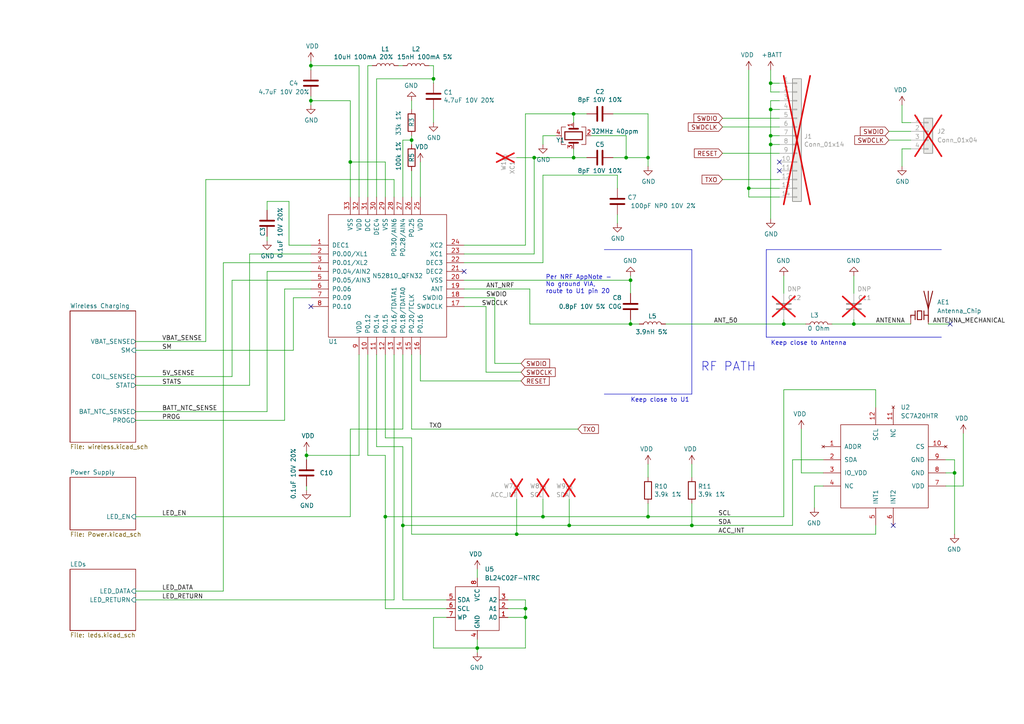
<source format=kicad_sch>
(kicad_sch (version 20250114) (generator "eeschema") (generator_version "9.0")
  (paper "A4")
  (title_block (title "Pixels D20 Schematic, Main") (date "2022-08-26") (rev "13") (company "Systemic Games, LLC") (comment 1 "Main MCU, Accelerometer and Radio"))
  (lib_symbols
    (symbol "Connector_Generic:Conn_01x04" (pin_names (offset 1.016) (hide yes))
      (property "Reference" "J" (at 0 5.08 0))
      (property "Value" "Conn_01x04" (at 0 -7.62 0))
      (symbol "Conn_01x04_1_1"
        (rectangle (start -1.27 3.81) (end 1.27 -6.35) (stroke (width 0.254)) (fill (type background)))
        (rectangle (start -1.27 2.667) (end 0 2.413) (stroke (width 0.1524)))
        (rectangle (start -1.27 0.127) (end 0 -0.127) (stroke (width 0.1524)))
        (rectangle (start -1.27 -2.413) (end 0 -2.667) (stroke (width 0.1524)))
        (rectangle (start -1.27 -4.953) (end 0 -5.207) (stroke (width 0.1524)))
        (pin passive line (at -5.08 2.54 0) (length 3.81) (name "Pin_1") (number "1"))
        (pin passive line (at -5.08 0 0) (length 3.81) (name "Pin_2") (number "2"))
        (pin passive line (at -5.08 -2.54 0) (length 3.81) (name "Pin_3") (number "3"))
        (pin passive line (at -5.08 -5.08 0) (length 3.81) (name "Pin_4") (number "4"))
      )
    )
    (symbol "Connector_Generic:Conn_01x14" (pin_names (offset 1.016) (hide yes))
      (property "Reference" "J" (at 0 17.78 0))
      (property "Value" "Conn_01x14" (at 0 -20.32 0))
      (symbol "Conn_01x14_1_1"
        (rectangle (start -1.27 16.51) (end 1.27 -19.05) (stroke (width 0.254)) (fill (type background)))
        (rectangle (start -1.27 15.367) (end 0 15.113) (stroke (width 0.1524)))
        (rectangle (start -1.27 12.827) (end 0 12.573) (stroke (width 0.1524)))
        (rectangle (start -1.27 10.287) (end 0 10.033) (stroke (width 0.1524)))
        (rectangle (start -1.27 7.747) (end 0 7.493) (stroke (width 0.1524)))
        (rectangle (start -1.27 5.207) (end 0 4.953) (stroke (width 0.1524)))
        (rectangle (start -1.27 2.667) (end 0 2.413) (stroke (width 0.1524)))
        (rectangle (start -1.27 0.127) (end 0 -0.127) (stroke (width 0.1524)))
        (rectangle (start -1.27 -2.413) (end 0 -2.667) (stroke (width 0.1524)))
        (rectangle (start -1.27 -4.953) (end 0 -5.207) (stroke (width 0.1524)))
        (rectangle (start -1.27 -7.493) (end 0 -7.747) (stroke (width 0.1524)))
        (rectangle (start -1.27 -10.033) (end 0 -10.287) (stroke (width 0.1524)))
        (rectangle (start -1.27 -12.573) (end 0 -12.827) (stroke (width 0.1524)))
        (rectangle (start -1.27 -15.113) (end 0 -15.367) (stroke (width 0.1524)))
        (rectangle (start -1.27 -17.653) (end 0 -17.907) (stroke (width 0.1524)))
        (pin passive line (at -5.08 15.24 0) (length 3.81) (name "Pin_1") (number "1"))
        (pin passive line (at -5.08 12.7 0) (length 3.81) (name "Pin_2") (number "2"))
        (pin passive line (at -5.08 10.16 0) (length 3.81) (name "Pin_3") (number "3"))
        (pin passive line (at -5.08 7.62 0) (length 3.81) (name "Pin_4") (number "4"))
        (pin passive line (at -5.08 5.08 0) (length 3.81) (name "Pin_5") (number "5"))
        (pin passive line (at -5.08 2.54 0) (length 3.81) (name "Pin_6") (number "6"))
        (pin passive line (at -5.08 0 0) (length 3.81) (name "Pin_7") (number "7"))
        (pin passive line (at -5.08 -2.54 0) (length 3.81) (name "Pin_8") (number "8"))
        (pin passive line (at -5.08 -5.08 0) (length 3.81) (name "Pin_9") (number "9"))
        (pin passive line (at -5.08 -7.62 0) (length 3.81) (name "Pin_10") (number "10"))
        (pin passive line (at -5.08 -10.16 0) (length 3.81) (name "Pin_11") (number "11"))
        (pin passive line (at -5.08 -12.7 0) (length 3.81) (name "Pin_12") (number "12"))
        (pin passive line (at -5.08 -15.24 0) (length 3.81) (name "Pin_13") (number "13"))
        (pin passive line (at -5.08 -17.78 0) (length 3.81) (name "Pin_14") (number "14"))
      )
    )
    (symbol "Device:Antenna_Chip" (pin_numbers (hide yes)) (pin_names (offset 1.016) (hide yes))
      (property "Reference" "AE" (at 0 5.08 0))
      (property "Value" "Antenna_Chip" (at 0 3.175 0))
      (symbol "Antenna_Chip_0_1"
        (polyline (pts (xy -2.54 0) (xy -2.54 -0.635)) (stroke (width 0.254)))
        (polyline (pts (xy -2.54 0) (xy -1.27 0)) (stroke (width 0.254)))
        (polyline (pts (xy -1.27 1.27) (xy -1.27 -1.27) (xy -1.27 0)) (stroke (width 0.254)))
        (polyline (pts (xy -0.635 1.27) (xy 0.635 1.27) (xy 0.635 -1.27) (xy -0.635 -1.27) (xy -0.635 1.27)) (stroke (width 0.254)))
        (polyline (pts (xy 1.27 1.27) (xy 1.27 -1.27)) (stroke (width 0.254)))
        (polyline (pts (xy 1.27 0) (xy 2.54 0)) (stroke (width 0.254)))
        (polyline (pts (xy 2.54 6.985) (xy 2.54 -1.905)) (stroke (width 0.254)))
        (polyline (pts (xy 2.54 -0.635) (xy 2.54 0)))
        (polyline (pts (xy 3.81 6.985) (xy 2.54 1.905) (xy 1.27 6.985)) (stroke (width 0.254)))
      )
      (symbol "Antenna_Chip_1_1"
        (pin input line (at -2.54 -2.54 90) (length 2.54) (name "FEED") (number "1"))
        (pin passive line (at 2.54 -2.54 90) (length 2.54) (name "PCB_Trace") (number "2"))
      )
    )
    (symbol "Device:C" (pin_numbers (hide yes)) (pin_names (offset 0.254))
      (property "Reference" "C" (at 0.635 2.54 0))
      (property "Value" "C" (at 0.635 -2.54 0))
      (symbol "C_0_1"
        (polyline (pts (xy -2.032 0.762) (xy 2.032 0.762)) (stroke (width 0.508)))
        (polyline (pts (xy -2.032 -0.762) (xy 2.032 -0.762)) (stroke (width 0.508)))
      )
      (symbol "C_1_1"
        (pin passive line (at 0 3.81 270) (length 2.794) (name "~") (number "1"))
        (pin passive line (at 0 -3.81 90) (length 2.794) (name "~") (number "2"))
      )
    )
    (symbol "Device:Crystal_GND24" (pin_names (offset 1.016) (hide yes))
      (property "Reference" "Y" (at 3.175 5.08 0))
      (property "Value" "Crystal_GND24" (at 3.175 3.175 0))
      (symbol "Crystal_GND24_0_1"
        (polyline (pts (xy -2.54 2.286) (xy -2.54 3.556) (xy 2.54 3.556) (xy 2.54 2.286)))
        (polyline (pts (xy -2.54 0) (xy -2.032 0)))
        (polyline (pts (xy -2.54 -2.286) (xy -2.54 -3.556) (xy 2.54 -3.556) (xy 2.54 -2.286)))
        (polyline (pts (xy -2.032 -1.27) (xy -2.032 1.27)) (stroke (width 0.508)))
        (rectangle (start -1.143 2.54) (end 1.143 -2.54) (stroke (width 0.3048)))
        (polyline (pts (xy 0 3.556) (xy 0 3.81)))
        (polyline (pts (xy 0 -3.81) (xy 0 -3.556)))
        (polyline (pts (xy 2.032 0) (xy 2.54 0)))
        (polyline (pts (xy 2.032 -1.27) (xy 2.032 1.27)) (stroke (width 0.508)))
      )
      (symbol "Crystal_GND24_1_1"
        (pin passive line (at -3.81 0 0) (length 1.27) (name "1") (number "1"))
        (pin passive line (at 0 5.08 270) (length 1.27) (name "2") (number "2"))
        (pin passive line (at 0 -5.08 90) (length 1.27) (name "4") (number "4"))
        (pin passive line (at 3.81 0 180) (length 1.27) (name "3") (number "3"))
      )
    )
    (symbol "Device:L" (pin_numbers (hide yes)) (pin_names (offset 1.016) (hide yes))
      (property "Reference" "L" (at -1.27 0 90))
      (property "Value" "L" (at 1.905 0 90))
      (symbol "L_0_1"
        (arc (start 0 2.54) (mid 0.6323 1.905) (end 0 1.27))
        (arc (start 0 1.27) (mid 0.6323 0.635) (end 0 0))
        (arc (start 0 0) (mid 0.6323 -0.635) (end 0 -1.27))
        (arc (start 0 -1.27) (mid 0.6323 -1.905) (end 0 -2.54))
      )
      (symbol "L_1_1"
        (pin passive line (at 0 3.81 270) (length 1.27) (name "1") (number "1"))
        (pin passive line (at 0 -3.81 90) (length 1.27) (name "2") (number "2"))
      )
    )
    (symbol "Device:R" (pin_numbers (hide yes)) (pin_names (offset 0))
      (property "Reference" "R" (at 2.032 0 90))
      (property "Value" "R" (at 0 0 90))
      (symbol "R_0_1"
        (rectangle (start -1.016 -2.54) (end 1.016 2.54) (stroke (width 0.254)))
      )
      (symbol "R_1_1"
        (pin passive line (at 0 3.81 270) (length 1.27) (name "~") (number "1"))
        (pin passive line (at 0 -3.81 90) (length 1.27) (name "~") (number "2"))
      )
    )
    (symbol "Pixels-dice:BL24C02F-NTRC"
      (property "Reference" "U" (at 2.286 -11.176 0))
      (property "Value" "BL24C02F-NTRC" (at 9.398 -9.144 0))
      (symbol "BL24C02F-NTRC_0_1"
        (rectangle (start -6.35 6.35) (end 6.35 -6.35))
      )
      (symbol "BL24C02F-NTRC_1_1"
        (pin bidirectional line (at -8.89 2.54 0) (length 2.54) (name "SDA") (number "5"))
        (pin input line (at -8.89 0 0) (length 2.54) (name "SCL") (number "6"))
        (pin input line (at -8.89 -2.54 0) (length 2.54) (name "WP") (number "7"))
        (pin power_in line (at 0 8.89 270) (length 2.54) (name "VCC") (number "8"))
        (pin power_in line (at 0 -8.89 90) (length 2.54) (name "GND") (number "4"))
        (pin input line (at 8.89 2.54 180) (length 2.54) (name "A2") (number "3"))
        (pin input line (at 8.89 0 180) (length 2.54) (name "A1") (number "2"))
        (pin input line (at 8.89 -2.54 180) (length 2.54) (name "A0") (number "1"))
      )
    )
    (symbol "Pixels-dice:N52810_QFN32" (pin_names (offset 1.016))
      (property "Reference" "U" (at 13.97 -19.05 0))
      (property "Value" "N52810_QFN32" (at 2.54 0 0))
      (symbol "N52810_QFN32_0_1"
        (rectangle (start -17.78 17.78) (end 16.51 -17.78))
      )
      (symbol "N52810_QFN32_1_1"
        (pin power_out line (at -22.86 8.89 0) (length 5.08) (name "DEC1") (number "1"))
        (pin bidirectional line (at -22.86 6.35 0) (length 5.08) (name "P0.00/XL1") (number "2"))
        (pin bidirectional line (at -22.86 3.81 0) (length 5.08) (name "P0.01/XL2") (number "3"))
        (pin bidirectional line (at -22.86 1.27 0) (length 5.08) (name "P0.04/AIN2") (number "4"))
        (pin bidirectional line (at -22.86 -1.27 0) (length 5.08) (name "P0.05/AIN3") (number "5"))
        (pin bidirectional line (at -22.86 -3.81 0) (length 5.08) (name "P0.06") (number "6"))
        (pin bidirectional line (at -22.86 -6.35 0) (length 5.08) (name "P0.09") (number "7"))
        (pin bidirectional line (at -22.86 -8.89 0) (length 5.08) (name "P0.10") (number "8"))
        (pin power_in line (at -11.43 22.86 270) (length 5.08) (name "VSS") (number "33"))
        (pin power_in line (at -8.89 22.86 270) (length 5.08) (name "VDD") (number "32"))
        (pin power_in line (at -8.89 -22.86 90) (length 5.08) (name "VDD") (number "9"))
        (pin output line (at -6.35 22.86 270) (length 5.08) (name "DCC") (number "31"))
        (pin bidirectional line (at -6.35 -22.86 90) (length 5.08) (name "P0.12") (number "10"))
        (pin output line (at -3.81 22.86 270) (length 5.08) (name "DEC4") (number "30"))
        (pin bidirectional line (at -3.81 -22.86 90) (length 5.08) (name "P0.14") (number "11"))
        (pin power_in line (at -1.27 22.86 270) (length 5.08) (name "VSS") (number "29"))
        (pin bidirectional line (at -1.27 -22.86 90) (length 5.08) (name "P0.15") (number "12"))
        (pin bidirectional line (at 1.27 22.86 270) (length 5.08) (name "P0.30/AIN6") (number "28"))
        (pin bidirectional line (at 1.27 -22.86 90) (length 5.08) (name "P0.16/TDATA1") (number "13"))
        (pin bidirectional line (at 3.81 22.86 270) (length 5.08) (name "P0.28/AIN4") (number "27"))
        (pin bidirectional line (at 3.81 -22.86 90) (length 5.08) (name "P0.18/TDATA0") (number "14"))
        (pin bidirectional line (at 6.35 22.86 270) (length 5.08) (name "P0.25") (number "26"))
        (pin bidirectional line (at 6.35 -22.86 90) (length 5.08) (name "P0.20/TCLK") (number "15"))
        (pin power_in line (at 8.89 22.86 270) (length 5.08) (name "VDD") (number "25"))
        (pin bidirectional line (at 8.89 -22.86 90) (length 5.08) (name "P0.16") (number "16"))
        (pin input line (at 21.59 8.89 180) (length 5.08) (name "XC2") (number "24"))
        (pin output line (at 21.59 6.35 180) (length 5.08) (name "XC1") (number "23"))
        (pin output line (at 21.59 3.81 180) (length 5.08) (name "DEC3") (number "22"))
        (pin output line (at 21.59 1.27 180) (length 5.08) (name "DEC2") (number "21"))
        (pin output line (at 21.59 -1.27 180) (length 5.08) (name "VSS") (number "20"))
        (pin output line (at 21.59 -3.81 180) (length 5.08) (name "ANT") (number "19"))
        (pin bidirectional line (at 21.59 -6.35 180) (length 5.08) (name "SWDIO") (number "18"))
        (pin bidirectional line (at 21.59 -8.89 180) (length 5.08) (name "SWDCLK") (number "17"))
      )
    )
    (symbol "Pixels-dice:SC7A20HTR" (pin_names (offset 1.016))
      (property "Reference" "U" (at 10.16 -12.7 0))
      (property "Value" "SC7A20HTR" (at 8.89 13.97 0))
      (symbol "SC7A20HTR_0_1"
        (rectangle (start -12.7 12.7) (end 12.7 -11.43))
      )
      (symbol "SC7A20HTR_1_1"
        (pin no_connect line (at -17.78 6.35 0) (length 5.08) (name "ADDR") (number "1"))
        (pin bidirectional line (at -17.78 2.54 0) (length 5.08) (name "SDA") (number "2"))
        (pin power_in line (at -17.78 -1.27 0) (length 5.08) (name "IO_VDD") (number "3"))
        (pin input line (at -17.78 -5.08 0) (length 5.08) (name "NC") (number "4"))
        (pin input line (at -2.54 17.78 270) (length 5.08) (name "SCL") (number "12"))
        (pin output line (at -2.54 -16.51 90) (length 5.08) (name "INT1") (number "5"))
        (pin no_connect line (at 2.54 17.78 270) (length 5.08) (name "NC") (number "11"))
        (pin output line (at 2.54 -16.51 90) (length 5.08) (name "INT2") (number "6"))
        (pin no_connect line (at 17.78 6.35 180) (length 5.08) (name "CS") (number "10"))
        (pin power_in line (at 17.78 2.54 180) (length 5.08) (name "GND") (number "9"))
        (pin power_in line (at 17.78 -1.27 180) (length 5.08) (name "GND") (number "8"))
        (pin power_in line (at 17.78 -5.08 180) (length 5.08) (name "VDD") (number "7"))
      )
    )
    (symbol "Pixels-dice:TEST_1P-conn" (pin_numbers (hide yes)) (pin_names (offset 0.762) (hide yes))
      (property "Reference" "W" (at 0 6.858 0))
      (property "Value" "TEST_1P-conn" (at 0 5.08 0))
      (symbol "TEST_1P-conn_0_1"
        (circle (center 0 3.302) (radius 0.762))
      )
      (symbol "TEST_1P-conn_1_1"
        (pin passive line (at 0 0 90) (length 2.54) (name "1") (number "1"))
      )
    )
    (symbol "power:+BATT" (power) (pin_names (offset 0))
      (property "Value" "+BATT" (at 0 3.556 0))
      (symbol "+BATT_0_1"
        (polyline (pts (xy -0.762 1.27) (xy 0 2.54)))
        (polyline (pts (xy 0 2.54) (xy 0.762 1.27)))
        (polyline (pts (xy 0 0) (xy 0 2.54)))
      )
      (symbol "+BATT_1_1"
        (pin power_in line (at 0 0 90) (length 0) (hide yes) (name "+BATT") (number "1"))
      )
    )
    (symbol "power:GND" (power) (pin_names (offset 0))
      (property "Value" "GND" (at 0 -3.81 0))
      (symbol "GND_0_1"
        (polyline (pts (xy 0 0) (xy 0 -1.27) (xy 1.27 -1.27) (xy 0 -2.54) (xy -1.27 -1.27) (xy 0 -1.27)))
      )
      (symbol "GND_1_1"
        (pin power_in line (at 0 0 270) (length 0) (hide yes) (name "GND") (number "1"))
      )
    )
    (symbol "power:VDD" (power) (pin_names (offset 0))
      (property "Value" "VDD" (at 0 3.81 0))
      (symbol "VDD_0_1"
        (polyline (pts (xy -0.762 1.27) (xy 0 2.54)))
        (polyline (pts (xy 0 2.54) (xy 0.762 1.27)))
        (polyline (pts (xy 0 0) (xy 0 2.54)))
      )
      (symbol "VDD_1_1"
        (pin power_in line (at 0 0 90) (length 0) (hide yes) (name "VDD") (number "1"))
      )
    )
  )
  (text "Keep close to Antenna" (at 223.52 100.33 0) (effects (font (size 1.27 1.27)) (justify left bottom)))
  (text "Per NRF AppNote -\nNo ground VIA,\nroute to U1 pin 20" (at 158.242 85.344 0) (effects (font (size 1.27 1.27)) (justify left bottom)))
  (text "RF PATH" (at 203.2 107.95 0) (effects (font (size 2.54 2.54)) (justify left bottom)))
  (text "Keep close to U1" (at 182.88 116.84 0) (effects (font (size 1.27 1.27)) (justify left bottom)))
  (junction (at 217.17 54.61))
  (junction (at 101.6 46.99))
  (junction (at 223.52 39.37))
  (junction (at 138.43 187.96))
  (junction (at 247.65 93.98))
  (junction (at 200.66 152.4))
  (junction (at 125.73 22.86))
  (junction (at 187.96 45.72))
  (junction (at 157.48 149.86))
  (junction (at 223.52 24.13))
  (junction (at 152.4 176.53))
  (junction (at 119.38 40.64))
  (junction (at 165.1 152.4))
  (junction (at 187.96 149.86))
  (junction (at 90.17 29.21))
  (junction (at 111.76 149.86))
  (junction (at 90.17 19.05))
  (junction (at 181.61 45.72))
  (junction (at 152.4 179.07))
  (junction (at 182.88 81.28))
  (junction (at 116.84 152.4))
  (junction (at 166.37 33.02))
  (junction (at 149.86 154.94))
  (junction (at 276.86 137.16))
  (junction (at 223.52 41.91))
  (junction (at 227.33 93.98))
  (junction (at 182.88 93.98))
  (junction (at 154.94 45.72))
  (junction (at 223.52 31.75))
  (junction (at 88.9 132.08))
  (junction (at 166.37 45.72))
  (no_connect (at 275.59 93.98))
  (no_connect (at 226.06 46.99))
  (no_connect (at 259.08 152.4))
  (no_connect (at 90.17 88.9))
  (no_connect (at 226.06 49.53))
  (no_connect (at 134.62 78.74))
  (wire (pts (xy 157.48 149.86) (xy 187.96 149.86)))
  (wire (pts (xy 67.31 81.28) (xy 90.17 81.28)))
  (wire (pts (xy 187.96 146.05) (xy 187.96 149.86)))
  (wire (pts (xy 154.94 73.66) (xy 154.94 45.72)))
  (wire (pts (xy 276.86 137.16) (xy 276.86 154.94)))
  (wire (pts (xy 39.37 173.99) (xy 114.3 173.99)))
  (wire (pts (xy 166.37 45.72) (xy 170.18 45.72)))
  (wire (pts (xy 147.32 179.07) (xy 152.4 179.07)))
  (wire (pts (xy 119.38 127) (xy 111.76 127)))
  (wire (pts (xy 64.77 76.2) (xy 64.77 171.45)))
  (wire (pts (xy 254 113.03) (xy 227.33 113.03)))
  (wire (pts (xy 90.17 17.78) (xy 90.17 19.05)))
  (wire (pts (xy 104.14 19.05) (xy 90.17 19.05)))
  (wire (pts (xy 223.52 29.21) (xy 226.06 29.21)))
  (wire (pts (xy 166.37 35.56) (xy 166.37 33.02)))
  (wire (pts (xy 88.9 132.08) (xy 104.14 132.08)))
  (wire (pts (xy 111.76 149.86) (xy 111.76 132.08)))
  (wire (pts (xy 39.37 109.22) (xy 67.31 109.22)))
  (wire (pts (xy 129.54 179.07) (xy 125.73 179.07)))
  (wire (pts (xy 104.14 102.87) (xy 104.14 132.08)))
  (wire (pts (xy 111.76 132.08) (xy 106.68 132.08)))
  (polyline (pts (xy 175.26 114.3) (xy 200.66 114.3)))
  (wire (pts (xy 39.37 111.76) (xy 72.39 111.76)))
  (wire (pts (xy 121.92 46.99) (xy 121.92 57.15)))
  (wire (pts (xy 227.33 92.71) (xy 227.33 93.98)))
  (wire (pts (xy 119.38 154.94) (xy 149.86 154.94)))
  (wire (pts (xy 125.73 179.07) (xy 125.73 187.96)))
  (wire (pts (xy 39.37 149.86) (xy 101.6 149.86)))
  (wire (pts (xy 109.22 129.54) (xy 109.22 102.87)))
  (wire (pts (xy 257.81 38.1) (xy 264.16 38.1)))
  (wire (pts (xy 119.38 154.94) (xy 119.38 127)))
  (wire (pts (xy 77.47 58.42) (xy 77.47 60.96)))
  (wire (pts (xy 226.06 39.37) (xy 223.52 39.37)))
  (wire (pts (xy 161.29 39.37) (xy 157.48 39.37)))
  (wire (pts (xy 153.67 93.98) (xy 182.88 93.98)))
  (wire (pts (xy 124.46 19.05) (xy 125.73 19.05)))
  (polyline (pts (xy 222.25 72.39) (xy 273.05 72.39)))
  (wire (pts (xy 143.51 86.36) (xy 143.51 105.41)))
  (wire (pts (xy 279.4 140.97) (xy 274.32 140.97)))
  (wire (pts (xy 111.76 46.99) (xy 101.6 46.99)))
  (wire (pts (xy 39.37 171.45) (xy 64.77 171.45)))
  (wire (pts (xy 152.4 187.96) (xy 138.43 187.96)))
  (wire (pts (xy 121.92 110.49) (xy 121.92 102.87)))
  (wire (pts (xy 223.52 24.13) (xy 226.06 24.13)))
  (wire (pts (xy 116.84 124.46) (xy 101.6 124.46)))
  (wire (pts (xy 67.31 81.28) (xy 67.31 109.22)))
  (wire (pts (xy 72.39 73.66) (xy 72.39 111.76)))
  (wire (pts (xy 64.77 76.2) (xy 90.17 76.2)))
  (wire (pts (xy 134.62 73.66) (xy 154.94 73.66)))
  (wire (pts (xy 182.88 93.98) (xy 185.42 93.98)))
  (wire (pts (xy 177.8 45.72) (xy 181.61 45.72)))
  (wire (pts (xy 119.38 29.21) (xy 119.38 31.75)))
  (wire (pts (xy 217.17 54.61) (xy 217.17 57.15)))
  (wire (pts (xy 116.84 102.87) (xy 116.84 124.46)))
  (wire (pts (xy 238.76 137.16) (xy 232.41 137.16)))
  (wire (pts (xy 238.76 133.35) (xy 229.87 133.35)))
  (wire (pts (xy 83.82 58.42) (xy 83.82 71.12)))
  (wire (pts (xy 152.4 71.12) (xy 152.4 33.02)))
  (polyline (pts (xy 175.26 72.39) (xy 200.66 72.39)))
  (wire (pts (xy 254 152.4) (xy 254 154.94)))
  (wire (pts (xy 116.84 129.54) (xy 109.22 129.54)))
  (wire (pts (xy 106.68 19.05) (xy 107.95 19.05)))
  (wire (pts (xy 179.07 62.23) (xy 179.07 64.77)))
  (wire (pts (xy 39.37 101.6) (xy 85.09 101.6)))
  (wire (pts (xy 116.84 57.15) (xy 116.84 40.64)))
  (wire (pts (xy 223.52 20.32) (xy 223.52 24.13)))
  (wire (pts (xy 101.6 57.15) (xy 101.6 46.99)))
  (wire (pts (xy 157.48 39.37) (xy 157.48 41.91)))
  (wire (pts (xy 134.62 71.12) (xy 152.4 71.12)))
  (wire (pts (xy 223.52 31.75) (xy 223.52 39.37)))
  (wire (pts (xy 147.32 176.53) (xy 152.4 176.53)))
  (wire (pts (xy 227.33 80.01) (xy 227.33 85.09)))
  (wire (pts (xy 101.6 29.21) (xy 90.17 29.21)))
  (wire (pts (xy 261.62 35.56) (xy 264.16 35.56)))
  (wire (pts (xy 152.4 33.02) (xy 166.37 33.02)))
  (wire (pts (xy 138.43 165.1) (xy 138.43 167.64)))
  (wire (pts (xy 227.33 113.03) (xy 227.33 149.86)))
  (wire (pts (xy 217.17 57.15) (xy 226.06 57.15)))
  (wire (pts (xy 261.62 43.18) (xy 264.16 43.18)))
  (wire (pts (xy 179.07 50.8) (xy 179.07 54.61)))
  (wire (pts (xy 125.73 31.75) (xy 125.73 35.56)))
  (wire (pts (xy 125.73 22.86) (xy 109.22 22.86)))
  (wire (pts (xy 182.88 92.71) (xy 182.88 93.98)))
  (wire (pts (xy 114.3 102.87) (xy 114.3 173.99)))
  (wire (pts (xy 90.17 27.94) (xy 90.17 29.21)))
  (wire (pts (xy 217.17 20.32) (xy 217.17 54.61)))
  (wire (pts (xy 261.62 43.18) (xy 261.62 48.26)))
  (wire (pts (xy 236.22 140.97) (xy 236.22 147.32)))
  (wire (pts (xy 232.41 124.46) (xy 232.41 137.16)))
  (wire (pts (xy 179.07 50.8) (xy 157.48 50.8)))
  (wire (pts (xy 177.8 33.02) (xy 187.96 33.02)))
  (wire (pts (xy 59.69 52.07) (xy 59.69 99.06)))
  (wire (pts (xy 153.67 83.82) (xy 153.67 93.98)))
  (wire (pts (xy 241.3 93.98) (xy 247.65 93.98)))
  (wire (pts (xy 90.17 86.36) (xy 85.09 86.36)))
  (wire (pts (xy 209.55 36.83) (xy 226.06 36.83)))
  (wire (pts (xy 119.38 124.46) (xy 167.64 124.46)))
  (wire (pts (xy 82.55 83.82) (xy 82.55 121.92)))
  (wire (pts (xy 226.06 54.61) (xy 217.17 54.61)))
  (wire (pts (xy 101.6 46.99) (xy 101.6 29.21)))
  (wire (pts (xy 116.84 152.4) (xy 116.84 129.54)))
  (wire (pts (xy 101.6 124.46) (xy 101.6 149.86)))
  (wire (pts (xy 129.54 176.53) (xy 111.76 176.53)))
  (wire (pts (xy 279.4 125.73) (xy 279.4 140.97)))
  (wire (pts (xy 200.66 146.05) (xy 200.66 152.4)))
  (wire (pts (xy 166.37 43.18) (xy 166.37 45.72)))
  (wire (pts (xy 171.45 39.37) (xy 181.61 39.37)))
  (wire (pts (xy 149.86 154.94) (xy 254 154.94)))
  (wire (pts (xy 116.84 173.99) (xy 129.54 173.99)))
  (wire (pts (xy 247.65 80.01) (xy 247.65 85.09)))
  (wire (pts (xy 157.48 144.78) (xy 157.48 149.86)))
  (wire (pts (xy 121.92 110.49) (xy 151.13 110.49)))
  (wire (pts (xy 111.76 149.86) (xy 157.48 149.86)))
  (wire (pts (xy 181.61 39.37) (xy 181.61 45.72)))
  (wire (pts (xy 134.62 88.9) (xy 140.97 88.9)))
  (wire (pts (xy 143.51 105.41) (xy 151.13 105.41)))
  (wire (pts (xy 119.38 49.53) (xy 119.38 57.15)))
  (wire (pts (xy 223.52 29.21) (xy 223.52 31.75)))
  (wire (pts (xy 85.09 86.36) (xy 85.09 101.6)))
  (wire (pts (xy 187.96 149.86) (xy 227.33 149.86)))
  (wire (pts (xy 152.4 179.07) (xy 152.4 187.96)))
  (wire (pts (xy 276.86 133.35) (xy 276.86 137.16)))
  (wire (pts (xy 223.52 41.91) (xy 223.52 63.5)))
  (wire (pts (xy 119.38 102.87) (xy 119.38 124.46)))
  (wire (pts (xy 209.55 52.07) (xy 226.06 52.07)))
  (wire (pts (xy 134.62 76.2) (xy 157.48 76.2)))
  (wire (pts (xy 152.4 176.53) (xy 152.4 179.07)))
  (wire (pts (xy 200.66 134.62) (xy 200.66 138.43)))
  (wire (pts (xy 125.73 187.96) (xy 138.43 187.96)))
  (wire (pts (xy 111.76 127) (xy 111.76 102.87)))
  (wire (pts (xy 39.37 119.38) (xy 77.47 119.38)))
  (wire (pts (xy 39.37 121.92) (xy 82.55 121.92)))
  (wire (pts (xy 114.3 57.15) (xy 114.3 52.07)))
  (wire (pts (xy 227.33 93.98) (xy 233.68 93.98)))
  (wire (pts (xy 88.9 140.97) (xy 88.9 142.24)))
  (wire (pts (xy 116.84 40.64) (xy 119.38 40.64)))
  (wire (pts (xy 166.37 33.02) (xy 170.18 33.02)))
  (wire (pts (xy 138.43 187.96) (xy 138.43 189.23)))
  (wire (pts (xy 247.65 93.98) (xy 264.16 93.98)))
  (wire (pts (xy 209.55 44.45) (xy 226.06 44.45)))
  (wire (pts (xy 247.65 92.71) (xy 247.65 93.98)))
  (wire (pts (xy 90.17 29.21) (xy 90.17 30.48)))
  (wire (pts (xy 223.52 26.67) (xy 226.06 26.67)))
  (wire (pts (xy 238.76 140.97) (xy 236.22 140.97)))
  (wire (pts (xy 187.96 33.02) (xy 187.96 45.72)))
  (wire (pts (xy 254 118.11) (xy 254 113.03)))
  (wire (pts (xy 140.97 107.95) (xy 151.13 107.95)))
  (wire (pts (xy 229.87 133.35) (xy 229.87 152.4)))
  (wire (pts (xy 125.73 22.86) (xy 125.73 24.13)))
  (wire (pts (xy 59.69 52.07) (xy 114.3 52.07)))
  (wire (pts (xy 88.9 132.08) (xy 88.9 130.81)))
  (wire (pts (xy 274.32 137.16) (xy 276.86 137.16)))
  (wire (pts (xy 90.17 19.05) (xy 90.17 20.32)))
  (wire (pts (xy 39.37 99.06) (xy 59.69 99.06)))
  (wire (pts (xy 154.94 45.72) (xy 166.37 45.72)))
  (wire (pts (xy 134.62 83.82) (xy 153.67 83.82)))
  (polyline (pts (xy 222.25 97.79) (xy 273.05 97.79)))
  (wire (pts (xy 269.24 93.98) (xy 275.59 93.98)))
  (wire (pts (xy 125.73 19.05) (xy 125.73 22.86)))
  (wire (pts (xy 106.68 132.08) (xy 106.68 102.87)))
  (wire (pts (xy 119.38 39.37) (xy 119.38 40.64)))
  (wire (pts (xy 119.38 40.64) (xy 119.38 41.91)))
  (wire (pts (xy 134.62 81.28) (xy 182.88 81.28)))
  (wire (pts (xy 140.97 88.9) (xy 140.97 107.95)))
  (wire (pts (xy 226.06 41.91) (xy 223.52 41.91)))
  (wire (pts (xy 200.66 152.4) (xy 229.87 152.4)))
  (wire (pts (xy 88.9 132.08) (xy 88.9 133.35)))
  (wire (pts (xy 187.96 134.62) (xy 187.96 138.43)))
  (wire (pts (xy 209.55 34.29) (xy 226.06 34.29)))
  (wire (pts (xy 157.48 50.8) (xy 157.48 76.2)))
  (wire (pts (xy 226.06 31.75) (xy 223.52 31.75)))
  (wire (pts (xy 83.82 58.42) (xy 77.47 58.42)))
  (wire (pts (xy 115.57 19.05) (xy 116.84 19.05)))
  (wire (pts (xy 223.52 39.37) (xy 223.52 41.91)))
  (wire (pts (xy 181.61 45.72) (xy 187.96 45.72)))
  (wire (pts (xy 111.76 149.86) (xy 111.76 176.53)))
  (polyline (pts (xy 200.66 72.39) (xy 200.66 114.3)))
  (wire (pts (xy 77.47 68.58) (xy 77.47 69.85)))
  (wire (pts (xy 261.62 30.48) (xy 261.62 35.56)))
  (wire (pts (xy 147.32 173.99) (xy 152.4 173.99)))
  (wire (pts (xy 116.84 152.4) (xy 116.84 173.99)))
  (wire (pts (xy 138.43 185.42) (xy 138.43 187.96)))
  (wire (pts (xy 116.84 152.4) (xy 165.1 152.4)))
  (wire (pts (xy 106.68 19.05) (xy 106.68 57.15)))
  (wire (pts (xy 72.39 73.66) (xy 90.17 73.66)))
  (wire (pts (xy 77.47 78.74) (xy 90.17 78.74)))
  (wire (pts (xy 134.62 86.36) (xy 143.51 86.36)))
  (wire (pts (xy 182.88 81.28) (xy 182.88 85.09)))
  (wire (pts (xy 165.1 144.78) (xy 165.1 152.4)))
  (wire (pts (xy 149.86 144.78) (xy 149.86 154.94)))
  (wire (pts (xy 109.22 22.86) (xy 109.22 57.15)))
  (wire (pts (xy 111.76 57.15) (xy 111.76 46.99)))
  (wire (pts (xy 90.17 83.82) (xy 82.55 83.82)))
  (wire (pts (xy 274.32 133.35) (xy 276.86 133.35)))
  (wire (pts (xy 187.96 45.72) (xy 187.96 48.26)))
  (polyline (pts (xy 222.25 72.39) (xy 222.25 97.79)))
  (wire (pts (xy 77.47 78.74) (xy 77.47 119.38)))
  (wire (pts (xy 152.4 173.99) (xy 152.4 176.53)))
  (wire (pts (xy 165.1 152.4) (xy 200.66 152.4)))
  (wire (pts (xy 104.14 19.05) (xy 104.14 57.15)))
  (wire (pts (xy 90.17 71.12) (xy 83.82 71.12)))
  (wire (pts (xy 223.52 24.13) (xy 223.52 26.67)))
  (wire (pts (xy 149.86 45.72) (xy 154.94 45.72)))
  (wire (pts (xy 182.88 80.01) (xy 182.88 81.28)))
  (wire (pts (xy 257.81 40.64) (xy 264.16 40.64)))
  (wire (pts (xy 193.04 93.98) (xy 227.33 93.98)))
  (label "ANTENNA_MECHANICAL" (at 270.51 93.98 0))
  (label "SM" (at 46.99 101.6 0))
  (label "ACC_INT" (at 208.28 154.94 0))
  (label "VBAT_SENSE" (at 46.99 99.06 0))
  (label "SWDIO" (at 140.97 86.36 0))
  (label "5V_SENSE" (at 46.99 109.22 0))
  (label "ANT_50" (at 207.01 93.98 0))
  (label "ANT_NRF" (at 140.97 83.82 0))
  (label "ANTENNA" (at 254 93.98 0))
  (label "SWDCLK" (at 139.7 88.9 0))
  (label "PROG" (at 46.99 121.92 0))
  (label "SDA" (at 208.28 152.4 0))
  (label "STATS" (at 46.99 111.76 0))
  (label "TXO" (at 124.46 124.46 0))
  (label "BATT_NTC_SENSE" (at 46.99 119.38 0))
  (label "LED_EN" (at 46.99 149.86 0))
  (label "LED_RETURN" (at 46.99 173.99 0))
  (label "LED_DATA" (at 46.99 171.45 0))
  (label "SCL" (at 208.28 149.86 0))
  (global_label "TXO" (shape input) (at 167.64 124.46 0) (property "Intersheetrefs" "${INTERSHEET_REFS}" (effects (hide yes))))
  (global_label "SWDCLK" (shape input) (at 209.55 36.83 180) (property "Intersheetrefs" "${INTERSHEET_REFS}" (effects (hide yes))))
  (global_label "SWDIO" (shape input) (at 209.55 34.29 180) (property "Intersheetrefs" "${INTERSHEET_REFS}" (effects (hide yes))))
  (global_label "RESET" (shape input) (at 151.13 110.49 0) (property "Intersheetrefs" "${INTERSHEET_REFS}" (effects (hide yes))))
  (global_label "RESET" (shape input) (at 209.55 44.45 180) (property "Intersheetrefs" "${INTERSHEET_REFS}" (effects (hide yes))))
  (global_label "SWDIO" (shape input) (at 257.81 38.1 180) (property "Intersheetrefs" "${INTERSHEET_REFS}" (effects (hide yes))))
  (global_label "TXO" (shape input) (at 209.55 52.07 180) (property "Intersheetrefs" "${INTERSHEET_REFS}" (effects (hide yes))))
  (global_label "SWDCLK" (shape input) (at 257.81 40.64 180) (property "Intersheetrefs" "${INTERSHEET_REFS}" (effects (hide yes))))
  (global_label "SWDIO" (shape input) (at 151.13 105.41 0) (property "Intersheetrefs" "${INTERSHEET_REFS}" (effects (hide yes))))
  (global_label "SWDCLK" (shape input) (at 151.13 107.95 0) (property "Intersheetrefs" "${INTERSHEET_REFS}" (effects (hide yes))))
  (symbol (lib_id "power:GND") (at 88.9 142.24 0) (unit 1)
    (property "Reference" "#PWR016" (effects (hide yes)))
    (property "Value" "GND" (at 89.027 146.6342 0))
  )
  (symbol (lib_id "power:VDD") (at 88.9 130.81 0) (unit 1)
    (property "Reference" "#PWR014" (effects (hide yes)))
    (property "Value" "VDD" (at 89.3318 126.4158 0))
  )
  (symbol (lib_id "Device:C") (at 88.9 137.16 0) (unit 1)
    (property "Reference" "C10" (at 92.71 137.16 0) (effects (justify left)))
    (property "Value" "0.1uF 10V 20%" (at 85.09 144.78 90) (effects (justify left)))
    (property "Footprint" "Capacitor_SMD:C_0201_0603Metric" (effects (hide yes)))
    (property "Generic OK" "YES" (effects (hide yes)))
    (property "Manufacturer" "HRE" (effects (hide yes)))
    (property "Part Number" "CGA0201X5R104K100ET" (effects (hide yes)))
    (property "LCSC Part #" "C6119757" (effects (hide yes)))
  )
  (symbol (lib_id "power:GND") (at 90.17 30.48 0) (unit 1)
    (property "Reference" "#PWR08" (effects (hide yes)))
    (property "Value" "GND" (at 90.297 34.8742 0))
  )
  (symbol (lib_id "power:VDD") (at 90.17 17.78 0) (unit 1)
    (property "Reference" "#PWR01" (effects (hide yes)))
    (property "Value" "VDD" (at 90.6018 13.3858 0))
  )
  (symbol (lib_id "Device:C") (at 90.17 24.13 0) (unit 1)
    (property "Reference" "C4" (at 83.82 24.13 0) (effects (justify left)))
    (property "Value" "4.7uF 10V 20%" (at 74.93 26.67 0) (effects (justify left)))
    (property "Footprint" "Pixels-dice:C_0402_1005Metric" (effects (hide yes)))
    (property "Generic OK" "YES" (effects (hide yes)))
    (property "Manufacturer" "HRE" (effects (hide yes)))
    (property "Part Number" "CGA0402X5R475M100GT" (effects (hide yes)))
    (property "Alternate Manufacturer" "Samsung Electro-Mechanics" (effects (hide yes)))
    (property "Alternate PN" "CL05A475MP5NRNC" (effects (hide yes)))
    (property "Alternate LCSC Part #" "C23733" (effects (hide yes)))
  )
  (symbol (lib_id "power:GND") (at 77.47 69.85 0) (unit 1)
    (property "Reference" "#PWR05" (effects (hide yes)))
    (property "Value" "GND" (at 77.597 74.2442 0))
  )
  (symbol (lib_id "Device:C") (at 77.47 64.77 0) (unit 1)
    (property "Reference" "C3" (at 76.2 68.58 90) (effects (justify left)))
    (property "Value" "0.1uF 10V 20%" (at 81.28 74.93 90) (effects (justify left)))
    (property "Footprint" "Capacitor_SMD:C_0201_0603Metric" (effects (hide yes)))
    (property "Generic OK" "YES" (effects (hide yes)))
    (property "Manufacturer" "HRE" (effects (hide yes)))
    (property "Part Number" "CGA0201X5R104K100ET" (effects (hide yes)))
    (property "LCSC Part #" "C6119757" (effects (hide yes)))
  )
  (symbol (lib_id "Device:L") (at 111.76 19.05 90) (unit 1)
    (property "Reference" "L1" (at 111.76 14.224 90))
    (property "Value" "10uH 100mA 20%" (at 105.41 16.51 90))
    (property "Footprint" "Inductor_SMD:L_0603_1608Metric" (effects (hide yes)))
    (property "Generic OK" "YES" (effects (hide yes)))
    (property "Manufacturer" "FH" (effects (hide yes)))
    (property "Part Number" "CMI160808J100KT" (effects (hide yes)))
    (property "LCSC Part #" "C411908" (effects (hide yes)))
  )
  (symbol (lib_id "Device:L") (at 120.65 19.05 90) (unit 1)
    (property "Reference" "L2" (at 120.65 14.224 90))
    (property "Value" "15nH 100mA 5%" (at 123.19 16.51 90))
    (property "Footprint" "Inductor_SMD:L_0201_0603Metric" (effects (hide yes)))
    (property "Generic OK" "YES" (effects (hide yes)))
    (property "Manufacturer" "FH" (effects (hide yes)))
    (property "Part Number" "VHF060303HQ15NKT" (effects (hide yes)))
    (property "LCSC Part #" "C381880" (effects (hide yes)))
  )
  (symbol (lib_id "Device:C") (at 125.73 27.94 0) (unit 1)
    (property "Reference" "C1" (at 128.651 26.7716 0) (effects (justify left)))
    (property "Value" "4.7uF 10V 20%" (at 128.651 29.083 0) (effects (justify left)))
    (property "Footprint" "Pixels-dice:C_0402_1005Metric" (effects (hide yes)))
    (property "Generic OK" "YES" (effects (hide yes)))
    (property "Manufacturer" "HRE" (effects (hide yes)))
    (property "Part Number" "CGA0402X5R475M100GT" (effects (hide yes)))
    (property "Alternate Manufacturer" "Samsung Electro-Mechanics" (effects (hide yes)))
    (property "Alternate PN" "CL05A475MP5NRNC" (effects (hide yes)))
    (property "Alternate LCSC Part #" "C23733" (effects (hide yes)))
  )
  (symbol (lib_id "power:GND") (at 125.73 35.56 0) (unit 1)
    (property "Reference" "#PWR03" (effects (hide yes)))
    (property "Value" "GND" (at 125.857 39.9542 0))
  )
  (symbol (lib_id "Device:Crystal_GND24") (at 166.37 39.37 270) (unit 1)
    (property "Reference" "Y1" (at 161.29 40.64 90) (effects (justify left)))
    (property "Value" "32MHz 40ppm" (at 171.45 38.1 90) (effects (justify left)))
    (property "Footprint" "Pixels-dice:Crystal_SMD_2016-4Pin_2.0x1.6mm" (effects (hide yes)))
    (property "Generic OK" "YES" (effects (hide yes)))
    (property "Manufacturer" "TOGNJING" (effects (hide yes)))
    (property "Part Number" "XTM20032000DT00351001" (effects (hide yes)))
    (property "Alternate Manufacturer" "TXC Corp" (effects (hide yes)))
    (property "Alternate PN" "8Q32000002" (effects (hide yes)))
    (property "Alternate LCSC Part #" "C5203640" (effects (hide yes)))
    (property "LCSC Part #" "C20623629" (effects (hide yes)))
  )
  (symbol (lib_id "Device:C") (at 173.99 33.02 270) (unit 1)
    (property "Reference" "C2" (at 173.99 26.6192 90))
    (property "Value" "8pF 10V 10%" (at 173.99 28.9306 90))
    (property "Footprint" "Capacitor_SMD:C_0201_0603Metric" (effects (hide yes)))
    (property "Generic OK" "YES" (effects (hide yes)))
    (property "Manufacturer" "HRE" (effects (hide yes)))
    (property "Part Number" "CGA0201C0G8R0B250ET" (effects (hide yes)))
    (property "LCSC Part #" "C501818" (effects (hide yes)))
  )
  (symbol (lib_id "Device:C") (at 173.99 45.72 270) (unit 1)
    (property "Reference" "C5" (at 173.99 41.91 90))
    (property "Value" "8pF 10V 10%" (at 173.99 49.53 90))
    (property "Footprint" "Capacitor_SMD:C_0201_0603Metric" (effects (hide yes)))
    (property "Generic OK" "YES" (effects (hide yes)))
    (property "Manufacturer" "HRE" (effects (hide yes)))
    (property "Part Number" "CGA0201C0G8R0B250ET" (effects (hide yes)))
    (property "LCSC Part #" "C501818" (effects (hide yes)))
  )
  (symbol (lib_id "power:GND") (at 187.96 48.26 0) (unit 1)
    (property "Reference" "#PWR09" (effects (hide yes)))
    (property "Value" "GND" (at 188.087 52.6542 0))
  )
  (symbol (lib_id "power:GND") (at 179.07 64.77 0) (unit 1)
    (property "Reference" "#PWR011" (effects (hide yes)))
    (property "Value" "GND" (at 179.197 69.1642 0))
  )
  (symbol (lib_id "Device:C") (at 179.07 58.42 0) (unit 1)
    (property "Reference" "C7" (at 181.991 57.2516 0) (effects (justify left)))
    (property "Value" "100pF NP0 10V 2%" (at 182.88 59.69 0) (effects (justify left)))
    (property "Footprint" "Capacitor_SMD:C_0201_0603Metric" (effects (hide yes)))
    (property "Generic OK" "YES" (effects (hide yes)))
    (property "Manufacturer" "HRE" (effects (hide yes)))
    (property "Part Number" "CGA0201C0G101J500ET" (effects (hide yes)))
    (property "Alternate Manufacturer" "EYANG(Shenzhen Eyang Tech Development)" (effects (hide yes)))
    (property "Alternate PN" "C0201C0G101J500NTA" (effects (hide yes)))
    (property "Alternate LCSC Part #" "C115540" (effects (hide yes)))
    (property "LCSC Part #" "C20069263" (effects (hide yes)))
  )
  (symbol (lib_id "Device:C") (at 182.88 88.9 180) (unit 1)
    (property "Reference" "C8" (at 180.34 86.36 0) (effects (justify left)))
    (property "Value" "0.8pF 10V 5% C0G" (at 180.34 88.9 0) (effects (justify left)))
    (property "Footprint" "Capacitor_SMD:C_0201_0603Metric" (effects (hide yes)))
    (property "Generic OK" "YES" (effects (hide yes)))
    (property "Manufacturer" "HRE" (effects (hide yes)))
    (property "Part Number" "CGA0201C0GR80C250ET" (effects (hide yes)))
  )
  (symbol (lib_id "power:GND") (at 182.88 80.01 180) (unit 1)
    (property "Reference" "#PWR012" (effects (hide yes)))
    (property "Value" "GND" (at 182.753 75.6158 0))
  )
  (symbol (lib_id "power:GND") (at 157.48 41.91 0) (unit 1)
    (property "Reference" "#PWR06" (effects (hide yes)))
    (property "Value" "GND" (at 157.607 46.3042 0))
  )
  (symbol (lib_id "Pixels-dice:TEST_1P-conn") (at 149.86 144.78 0) (unit 1) (in_bom no) (dnp yes)
    (property "Reference" "W7" (at 146.05 140.97 0) (effects (justify left)))
    (property "Value" "ACC_INT" (at 142.24 143.51 0) (effects (justify left)))
    (property "Footprint" "Pixels-dice:TEST_PIN" (effects (hide yes)))
    (property "Generic OK" "N/A" (effects (hide yes)))
  )
  (symbol (lib_id "Pixels-dice:TEST_1P-conn") (at 157.48 144.78 0) (unit 1) (in_bom no) (dnp yes)
    (property "Reference" "W8" (at 153.67 140.97 0) (effects (justify left)))
    (property "Value" "SCL" (at 153.67 143.51 0) (effects (justify left)))
    (property "Footprint" "Pixels-dice:TEST_PIN" (effects (hide yes)))
    (property "Generic OK" "N/A" (effects (hide yes)))
  )
  (symbol (lib_id "Pixels-dice:TEST_1P-conn") (at 165.1 144.78 0) (unit 1) (in_bom no) (dnp yes)
    (property "Reference" "W9" (at 161.29 140.97 0) (effects (justify left)))
    (property "Value" "SDA" (at 161.29 143.51 0) (effects (justify left)))
    (property "Footprint" "Pixels-dice:TEST_PIN" (effects (hide yes)))
    (property "Generic OK" "N/A" (effects (hide yes)))
  )
  (symbol (lib_id "power:GND") (at 261.62 48.26 0) (unit 1)
    (property "Reference" "#PWR024" (effects (hide yes)))
    (property "Value" "GND" (at 261.747 52.6542 0))
  )
  (symbol (lib_id "Device:L") (at 189.23 93.98 90) (unit 1)
    (property "Reference" "L5" (at 189.23 91.694 90))
    (property "Value" "3.9nH 5%" (at 188.976 96.266 90))
    (property "Footprint" "Inductor_SMD:L_0201_0603Metric" (effects (hide yes)))
    (property "Generic OK" "YES" (effects (hide yes)))
    (property "Manufacturer" "FH" (effects (hide yes)))
    (property "Part Number" " VHF060303HQ3N9ST02" (effects (hide yes)))
  )
  (symbol (lib_id "power:GND") (at 227.33 80.01 180) (unit 1)
    (property "Reference" "#PWR049" (effects (hide yes)))
    (property "Value" "GND" (at 227.203 75.6158 0))
  )
  (symbol (lib_id "power:+BATT") (at 223.52 20.32 0) (unit 1)
    (property "Reference" "#PWR010" (effects (hide yes)))
    (property "Value" "+BATT" (at 223.901 15.9258 0))
  )
  (symbol (lib_id "power:VDD") (at 232.41 124.46 0) (mirror y) (unit 1)
    (property "Reference" "#PWR044" (effects (hide yes)))
    (property "Value" "VDD" (at 231.9782 120.0658 0))
  )
  (symbol (lib_id "power:VDD") (at 187.96 134.62 0) (mirror y) (unit 1)
    (property "Reference" "#PWR034" (effects (hide yes)))
    (property "Value" "VDD" (at 187.5282 130.2258 0))
  )
  (symbol (lib_id "power:VDD") (at 138.43 165.1 0) (mirror y) (unit 1)
    (property "Reference" "#PWR042" (effects (hide yes)))
    (property "Value" "VDD" (at 137.9982 160.7058 0))
  )
  (symbol (lib_id "Device:R") (at 200.66 142.24 0) (unit 1)
    (property "Reference" "R11" (at 202.438 141.0716 0) (effects (justify left)))
    (property "Value" "3.9k 1%" (at 202.438 143.383 0) (effects (justify left)))
    (property "Footprint" "Resistor_SMD:R_0201_0603Metric" (effects (hide yes)))
    (property "Generic OK" "YES" (effects (hide yes)))
    (property "Manufacturer" "UNI-ROYAL(Uniroyal Elec)" (effects (hide yes)))
    (property "Part Number" "0201WMF3651TEE" (effects (hide yes)))
    (property "Alternate Manufacturer" "UNI-ROYAL(Uniroyal Elec)" (effects (hide yes)))
    (property "LCSC Part #" "C516477" (effects (hide yes)))
  )
  (symbol (lib_id "power:VDD") (at 200.66 134.62 0) (mirror y) (unit 1)
    (property "Reference" "#PWR036" (effects (hide yes)))
    (property "Value" "VDD" (at 200.2282 130.2258 0))
  )
  (symbol (lib_id "power:VDD") (at 279.4 125.73 0) (mirror y) (unit 1)
    (property "Reference" "#PWR062" (effects (hide yes)))
    (property "Value" "VDD" (at 278.9682 121.3358 0))
  )
  (symbol (lib_id "power:VDD") (at 217.17 20.32 0) (mirror y) (unit 1)
    (property "Reference" "#PWR018" (effects (hide yes)))
    (property "Value" "VDD" (at 216.7382 15.9258 0))
  )
  (symbol (lib_id "Connector_Generic:Conn_01x14") (at 231.14 39.37 0) (unit 1) (in_bom no) (dnp yes)
    (property "Reference" "J1" (at 233.172 39.5732 0) (effects (justify left)))
    (property "Value" "Conn_01x14" (at 233.172 41.8846 0) (effects (justify left)))
    (property "Footprint" "Pixels-dice:FPC_14" (effects (hide yes)))
    (property "Generic OK" "N/A" (effects (hide yes)))
  )
  (symbol (lib_id "Device:R") (at 187.96 142.24 0) (unit 1)
    (property "Reference" "R10" (at 189.738 141.0716 0) (effects (justify left)))
    (property "Value" "3.9k 1%" (at 189.738 143.383 0) (effects (justify left)))
    (property "Footprint" "Resistor_SMD:R_0201_0603Metric" (effects (hide yes)))
    (property "Generic OK" "YES" (effects (hide yes)))
    (property "Manufacturer" "UNI-ROYAL(Uniroyal Elec)" (effects (hide yes)))
    (property "Part Number" "0201WMF3651TEE" (effects (hide yes)))
    (property "Alternate Manufacturer" "UNI-ROYAL(Uniroyal Elec)" (effects (hide yes)))
    (property "LCSC Part #" "C516477" (effects (hide yes)))
  )
  (symbol (lib_id "power:GND") (at 236.22 147.32 0) (mirror y) (unit 1)
    (property "Reference" "#PWR075" (effects (hide yes)))
    (property "Value" "GND" (at 236.093 151.7142 0))
  )
  (symbol (lib_id "power:GND") (at 119.38 29.21 180) (unit 1)
    (property "Reference" "#PWR02" (effects (hide yes)))
    (property "Value" "GND" (at 119.253 24.8158 0))
  )
  (symbol (lib_id "power:GND") (at 223.52 63.5 0) (unit 1)
    (property "Reference" "#PWR056" (effects (hide yes)))
    (property "Value" "GND" (at 223.647 67.8942 0))
  )
  (symbol (lib_id "Device:Antenna_Chip") (at 266.7 91.44 0) (unit 1)
    (property "Reference" "AE1" (at 271.78 87.6299 0) (effects (justify left)))
    (property "Value" "Antenna_Chip" (at 271.78 90.1699 0) (effects (justify left)))
    (property "Footprint" "Pixels-dice:CHIP_ANT" (effects (hide yes)))
    (property "Generic OK" "NO" (effects (hide yes)))
    (property "Manufacturer" "Microgate" (effects (hide yes)))
    (property "Part Number" "MGMA3216H2450-A02" (effects (hide yes)))
    (property "LCSC Part #" "C486319" (effects (hide yes)))
  )
  (symbol (lib_id "Pixels-dice:N52810_QFN32") (at 113.03 80.01 0) (unit 1)
    (property "Reference" "U1" (at 95.25 99.06 0) (effects (justify left)))
    (property "Value" "N52810_QFN32" (at 107.95 80.01 0) (effects (justify left)))
    (property "Footprint" "Pixels-dice:QFN-32-1EP_5x5mm_P0.5mm_EP3.1x3.1mm" (effects (hide yes)))
    (property "Generic OK" "NO" (effects (hide yes)))
    (property "Manufacturer" "Nordic Semiconductor" (effects (hide yes)))
    (property "Manufacturer Part Number" "NRF52810-QCAA-R" (effects (hide yes)))
    (property "Pixels Part Number" "SMD-U001" (effects (hide yes)))
    (property "Part Number" "NRF52810-QCAA-R" (effects (hide yes)))
  )
  (symbol (lib_id "Connector_Generic:Conn_01x04") (at 269.24 38.1 0) (unit 1) (in_bom no) (dnp yes)
    (property "Reference" "J2" (at 271.78 38.0999 0) (effects (justify left)))
    (property "Value" "Conn_01x04" (at 271.78 40.6399 0) (effects (justify left)))
    (property "Footprint" "Pixels-dice:FPC-POGO-4" (effects (hide yes)))
    (property "Generic OK" "N/A" (effects (hide yes)))
  )
  (symbol (lib_id "Device:R") (at 119.38 35.56 0) (unit 1)
    (property "Reference" "R3" (at 119.38 36.83 90) (effects (justify left)))
    (property "Value" "33k 1%" (at 115.57 39.37 90) (effects (justify left)))
    (property "Footprint" "Resistor_SMD:R_0201_0603Metric" (effects (hide yes)))
    (property "Generic OK" "YES" (effects (hide yes)))
    (property "Manufacturer" "UNI-ROYAL(Uniroyal Elec)" (effects (hide yes)))
    (property "Part Number" "0201WMF3302TEE" (effects (hide yes)))
  )
  (symbol (lib_id "Device:C") (at 227.33 88.9 180) (unit 1) (dnp yes)
    (property "Reference" "C12" (at 232.41 86.36 0) (effects (justify left)))
    (property "Value" "DNP" (at 232.41 83.82 0) (effects (justify left)))
    (property "Footprint" "Capacitor_SMD:C_0201_0603Metric" (effects (hide yes)))
    (property "Generic OK" "YES" (effects (hide yes)))
  )
  (symbol (lib_id "Device:L") (at 237.49 93.98 90) (unit 1)
    (property "Reference" "L3" (at 236.22 91.44 90))
    (property "Value" "0 Ohm" (at 237.49 95.25 90))
    (property "Footprint" "Resistor_SMD:R_0201_0603Metric" (effects (hide yes)))
    (property "Generic OK" "YES" (effects (hide yes)))
    (property "Manufacturer" "UNI-ROYAL(Uniroyal Elec)" (effects (hide yes)))
    (property "Part Number" "0201WMF0000TEE" (effects (hide yes)))
  )
  (symbol (lib_id "power:VDD") (at 121.92 46.99 0) (unit 1)
    (property "Reference" "#PWR04" (effects (hide yes)))
    (property "Value" "VDD" (at 122.3518 42.5958 0))
  )
  (symbol (lib_id "Device:C") (at 247.65 88.9 180) (unit 1) (dnp yes)
    (property "Reference" "C11" (at 252.73 86.36 0) (effects (justify left)))
    (property "Value" "DNP" (at 252.73 83.82 0) (effects (justify left)))
    (property "Footprint" "Capacitor_SMD:C_0201_0603Metric" (effects (hide yes)))
    (property "Generic OK" "YES" (effects (hide yes)))
  )
  (symbol (lib_id "Pixels-dice:BL24C02F-NTRC") (at 138.43 176.53 0) (unit 1)
    (property "Reference" "U5" (at 140.5733 165.1 0) (effects (justify left)))
    (property "Value" "BL24C02F-NTRC" (at 140.5733 167.64 0) (effects (justify left)))
    (property "Footprint" "Pixels-dice:TDFN-8-1EP_3x2mm_P0.5mm_EP1.3x1.4mm" (effects (hide yes)))
    (property "Manufacturer" "BL" (effects (hide yes)))
    (property "Part Number" "BL24C02F-NTRC" (effects (hide yes)))
  )
  (symbol (lib_id "Pixels-dice:TEST_1P-conn") (at 149.86 45.72 90) (unit 1) (in_bom no) (dnp yes)
    (property "Reference" "W11" (at 146.05 49.53 0) (effects (justify left)))
    (property "Value" "XC1" (at 148.59 50.546 0) (effects (justify left)))
    (property "Footprint" "Pixels-dice:TEST_PIN" (effects (hide yes)))
    (property "Generic OK" "N/A" (effects (hide yes)))
  )
  (symbol (lib_id "power:GND") (at 138.43 189.23 0) (mirror y) (unit 1)
    (property "Reference" "#PWR07" (effects (hide yes)))
    (property "Value" "GND" (at 138.303 193.6242 0))
  )
  (symbol (lib_id "power:VDD") (at 261.62 30.48 0) (mirror y) (unit 1)
    (property "Reference" "#PWR030" (effects (hide yes)))
    (property "Value" "VDD" (at 261.1882 26.0858 0))
  )
  (symbol (lib_id "power:GND") (at 276.86 154.94 0) (mirror y) (unit 1)
    (property "Reference" "#PWR061" (effects (hide yes)))
    (property "Value" "GND" (at 276.733 159.3342 0))
  )
  (symbol (lib_id "Device:R") (at 119.38 45.72 0) (unit 1)
    (property "Reference" "R5" (at 119.38 45.72 90))
    (property "Value" "100k 1%" (at 115.57 49.53 90) (effects (justify left)))
    (property "Footprint" "Resistor_SMD:R_0201_0603Metric" (effects (hide yes)))
    (property "Generic OK" "YES" (effects (hide yes)))
    (property "Manufacturer" "UNI-ROYAL(Uniroyal Elec)" (effects (hide yes)))
    (property "Part Number" "0201WMF1003TEE" (effects (hide yes)))
  )
  (symbol (lib_id "Pixels-dice:SC7A20HTR") (at 256.54 135.89 0) (unit 1)
    (property "Reference" "U2" (at 261.2233 118.11 0) (effects (justify left)))
    (property "Value" "SC7A20HTR" (at 261.2233 120.65 0) (effects (justify left)))
    (property "Footprint" "Package_LGA:LGA-12_2x2mm_P0.5mm" (effects (hide yes)))
    (property "LCSC Part Number" "C19274408" (effects (hide yes)))
    (property "Manufacturer" "Hangzhou Silan Microelectronics" (effects (hide yes)))
    (property "Part Number" "SC7A20HTR" (effects (hide yes)))
  )
  (symbol (lib_id "power:GND") (at 247.65 80.01 180) (unit 1)
    (property "Reference" "#PWR035" (effects (hide yes)))
    (property "Value" "GND" (at 247.523 75.6158 0))
  )
  (sheet (at 20.32 90.17) (size 19.05 38.1) (stroke (width 0.1524))
    (property "Sheetname" "Wireless Charging" (at 20.32 89.4584 0) (effects (justify left bottom)))
    (property "Sheetfile" "wireless.kicad_sch" (at 20.32 128.8546 0) (effects (justify left top)))
    (pin "STAT" output (at 39.37 111.76 0))
    (pin "PROG" output (at 39.37 121.92 0))
    (pin "COIL_SENSE" output (at 39.37 109.22 0))
    (pin "VBAT_SENSE" output (at 39.37 99.06 0))
    (pin "SM" input (at 39.37 101.6 0))
    (pin "BAT_NTC_SENSE" output (at 39.37 119.38 0))
  )
  (sheet (at 20.32 138.43) (size 19.05 15.24)
    (property "Sheetname" "Power Supply" (at 20.32 137.7184 0) (effects (justify left bottom)))
    (property "Sheetfile" "Power.kicad_sch" (at 20.32 154.2546 0) (effects (justify left top)))
    (pin "LED_EN" input (at 39.37 149.86 0))
  )
  (sheet (at 20.32 165.1) (size 19.05 17.78) (stroke (width 0.1524))
    (property "Sheetname" "LEDs" (at 20.32 164.3884 0) (effects (justify left bottom)))
    (property "Sheetfile" "leds.kicad_sch" (at 20.32 183.4646 0) (effects (justify left top)))
    (pin "LED_DATA" input (at 39.37 171.45 0))
    (pin "LED_RETURN" input (at 39.37 173.99 0))
  )
)
</source>
